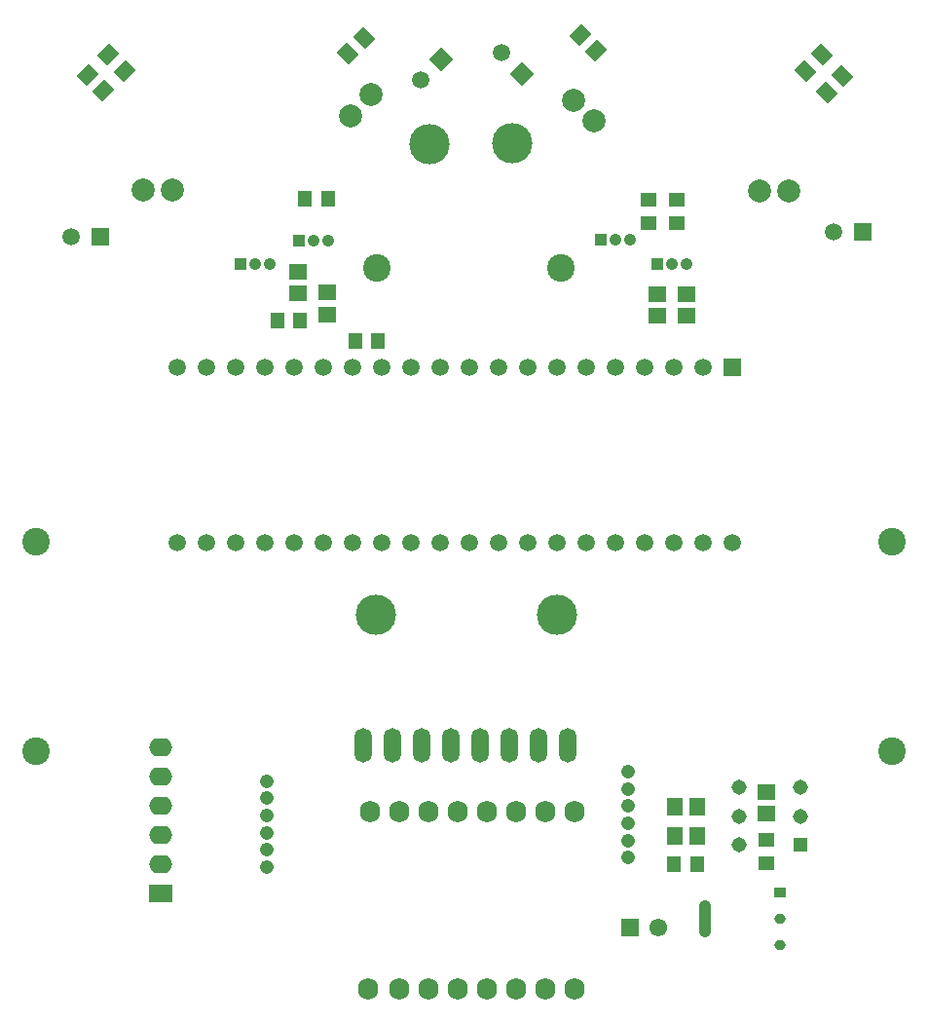
<source format=gbr>
G04*
G04 #@! TF.GenerationSoftware,Altium Limited,Altium Designer,26.2.0 (7)*
G04*
G04 Layer_Color=255*
%FSTAX25Y25*%
%MOIN*%
G70*
G04*
G04 #@! TF.SameCoordinates,DDC7E0C6-02D7-4959-A8D0-6A7BEAAAFFDF*
G04*
G04*
G04 #@! TF.FilePolarity,Positive*
G04*
G01*
G75*
%ADD18R,0.05906X0.05512*%
%ADD19R,0.04724X0.05709*%
%ADD21R,0.05709X0.04724*%
%ADD23R,0.05512X0.05906*%
%ADD48C,0.06102*%
%ADD49R,0.06102X0.06102*%
%ADD54C,0.04756*%
%ADD55R,0.05937X0.05937*%
%ADD56C,0.05937*%
%ADD57O,0.05906X0.11811*%
%ADD58C,0.13780*%
%ADD59C,0.07874*%
%ADD60C,0.09449*%
%ADD61C,0.05150*%
%ADD62R,0.05150X0.05150*%
%ADD63R,0.07874X0.06299*%
%ADD64O,0.07874X0.06299*%
%ADD65R,0.04134X0.04134*%
%ADD66C,0.04134*%
%ADD67R,0.05937X0.05937*%
%ADD68P,0.08396X4X360.0*%
%ADD69P,0.08396X4X90.0*%
%ADD70O,0.06787X0.07575*%
G04:AMPARAMS|DCode=74|XSize=57.09mil|YSize=47.24mil|CornerRadius=0mil|HoleSize=0mil|Usage=FLASHONLY|Rotation=135.000|XOffset=0mil|YOffset=0mil|HoleType=Round|Shape=Rectangle|*
%AMROTATEDRECTD74*
4,1,4,0.03689,-0.00348,0.00348,-0.03689,-0.03689,0.00348,-0.00348,0.03689,0.03689,-0.00348,0.0*
%
%ADD74ROTATEDRECTD74*%

G04:AMPARAMS|DCode=75|XSize=57.09mil|YSize=47.24mil|CornerRadius=0mil|HoleSize=0mil|Usage=FLASHONLY|Rotation=45.000|XOffset=0mil|YOffset=0mil|HoleType=Round|Shape=Rectangle|*
%AMROTATEDRECTD75*
4,1,4,-0.00348,-0.03689,-0.03689,-0.00348,0.00348,0.03689,0.03689,0.00348,-0.00348,-0.03689,0.0*
%
%ADD75ROTATEDRECTD75*%

G04:AMPARAMS|DCode=76|XSize=39.54mil|YSize=125.28mil|CornerRadius=17.2mil|HoleSize=0mil|Usage=FLASHONLY|Rotation=180.000|XOffset=0mil|YOffset=0mil|HoleType=Round|Shape=RoundedRectangle|*
%AMROUNDEDRECTD76*
21,1,0.03954,0.09088,0,0,180.0*
21,1,0.00514,0.12528,0,0,180.0*
1,1,0.03440,-0.00257,0.04544*
1,1,0.03440,0.00257,0.04544*
1,1,0.03440,0.00257,-0.04544*
1,1,0.03440,-0.00257,-0.04544*
%
%ADD76ROUNDEDRECTD76*%
G04:AMPARAMS|DCode=77|XSize=39.54mil|YSize=34.34mil|CornerRadius=17.17mil|HoleSize=0mil|Usage=FLASHONLY|Rotation=180.000|XOffset=0mil|YOffset=0mil|HoleType=Round|Shape=RoundedRectangle|*
%AMROUNDEDRECTD77*
21,1,0.03954,0.00000,0,0,180.0*
21,1,0.00520,0.03434,0,0,180.0*
1,1,0.03434,-0.00260,0.00000*
1,1,0.03434,0.00260,0.00000*
1,1,0.03434,0.00260,0.00000*
1,1,0.03434,-0.00260,0.00000*
%
%ADD77ROUNDEDRECTD77*%
%ADD78R,0.03954X0.03434*%
D18*
X-0059055Y009154D02*
D03*
Y008406D02*
D03*
X0101168Y-0093997D02*
D03*
Y-0086516D02*
D03*
X-0048968Y0084325D02*
D03*
Y0076845D02*
D03*
X0063994Y0076246D02*
D03*
Y0083726D02*
D03*
X0073782Y0083724D02*
D03*
Y0076243D02*
D03*
D19*
X-003168Y0067844D02*
D03*
X-0039554D02*
D03*
X-0048812Y0116542D02*
D03*
X-0056686D02*
D03*
X-0058298Y0074571D02*
D03*
X-0066172D02*
D03*
X0069615Y-011138D02*
D03*
X0077489D02*
D03*
D21*
X0070698Y0108132D02*
D03*
Y0116006D02*
D03*
X0060857Y0108163D02*
D03*
Y0116037D02*
D03*
X0101173Y-0110943D02*
D03*
Y-0103069D02*
D03*
D23*
X0077412Y-0091563D02*
D03*
X0069932D02*
D03*
X0077445Y-0101585D02*
D03*
X0069964D02*
D03*
D48*
X0064258Y-0132998D02*
D03*
D49*
X0054416D02*
D03*
D54*
X0053815Y-0109062D02*
D03*
Y-0103156D02*
D03*
Y-0097251D02*
D03*
Y-0091345D02*
D03*
Y-008544D02*
D03*
Y-0079534D02*
D03*
X-0069772Y-0112342D02*
D03*
Y-0106436D02*
D03*
Y-0100531D02*
D03*
Y-0094625D02*
D03*
Y-008872D02*
D03*
Y-0082814D02*
D03*
D55*
X0089675Y0058864D02*
D03*
D56*
X0079675D02*
D03*
X0069675D02*
D03*
X0059675D02*
D03*
X0049675D02*
D03*
X0039675D02*
D03*
X0029675D02*
D03*
X0019675D02*
D03*
X0009675D02*
D03*
X-0000325D02*
D03*
X-0010325D02*
D03*
X-0020325D02*
D03*
X-0030325D02*
D03*
X-0040325D02*
D03*
X-0050325D02*
D03*
X-0060325D02*
D03*
X-0070325D02*
D03*
X-0080325D02*
D03*
X-0090325D02*
D03*
X-0100325D02*
D03*
Y-0001136D02*
D03*
X-0090325D02*
D03*
X-0080325D02*
D03*
X-0070325D02*
D03*
X-0060325D02*
D03*
X-0050325D02*
D03*
X-0040325D02*
D03*
X-0030325D02*
D03*
X-0020325D02*
D03*
X-0010325D02*
D03*
X-0000325D02*
D03*
X0009675D02*
D03*
X0019675D02*
D03*
X0029675D02*
D03*
X0039675D02*
D03*
X0049675D02*
D03*
X0059675D02*
D03*
X0069675D02*
D03*
X0079675D02*
D03*
X0089675D02*
D03*
X0124062Y0105219D02*
D03*
X0010497Y0166232D02*
D03*
X-0017055Y0157136D02*
D03*
X-0136803Y0103561D02*
D03*
D57*
X0013353Y-0070485D02*
D03*
X0003353D02*
D03*
X-0006647D02*
D03*
X-0016647D02*
D03*
X-0026647D02*
D03*
X-0036647D02*
D03*
X0023353D02*
D03*
X0033353D02*
D03*
D58*
X-0032521Y-0025954D02*
D03*
X0029479D02*
D03*
X0014171Y0135293D02*
D03*
X-0014243Y0135217D02*
D03*
D59*
X-0102204Y0119367D02*
D03*
X-0112204D02*
D03*
X-0034131Y015192D02*
D03*
X-0041203Y0144849D02*
D03*
X0042239Y0143075D02*
D03*
X0035168Y0150146D02*
D03*
X0098884Y0119061D02*
D03*
X0108884D02*
D03*
D60*
X-0032087Y0092645D02*
D03*
X0031037Y0092837D02*
D03*
X0144329Y-0000878D02*
D03*
X-0148834Y-0000877D02*
D03*
X-0148835Y-0072574D02*
D03*
X0144331Y-0072575D02*
D03*
D61*
X0091714Y-0104676D02*
D03*
Y-0094833D02*
D03*
Y-0084991D02*
D03*
X0112974D02*
D03*
Y-0094833D02*
D03*
D62*
Y-0104676D02*
D03*
D63*
X-0106151Y-0121207D02*
D03*
D64*
Y-0111207D02*
D03*
Y-0101207D02*
D03*
Y-0091207D02*
D03*
Y-0081207D02*
D03*
Y-0071207D02*
D03*
D65*
X-0078645Y0094063D02*
D03*
X0044447Y0102244D02*
D03*
X-005873Y0101959D02*
D03*
X0063782Y009421D02*
D03*
D66*
X-0073645Y0094063D02*
D03*
X-0068645D02*
D03*
X0054447Y0102244D02*
D03*
X0049447D02*
D03*
X-004873Y0101959D02*
D03*
X-005373D02*
D03*
X0073782Y009421D02*
D03*
X0068782D02*
D03*
D67*
X0134062Y0105219D02*
D03*
X-0126803Y0103561D02*
D03*
D68*
X0017568Y0159161D02*
D03*
D69*
X-0009984Y0164207D02*
D03*
D70*
X0035521Y-0153802D02*
D03*
X0025521D02*
D03*
X0015521D02*
D03*
X0005521D02*
D03*
X-0004479D02*
D03*
X-0014479D02*
D03*
X-0024479D02*
D03*
X-0034979D02*
D03*
X0035521Y-0093408D02*
D03*
X0025521D02*
D03*
X0015521D02*
D03*
X0005521D02*
D03*
X-0004479D02*
D03*
X-0014479D02*
D03*
X-0024479D02*
D03*
X-0034479D02*
D03*
D74*
X-0042057Y0165958D02*
D03*
X-003649Y0171526D02*
D03*
X0114538Y0160052D02*
D03*
X0120106Y0165619D02*
D03*
X01218Y0152878D02*
D03*
X0127368Y0158446D02*
D03*
D75*
X0037439Y0172512D02*
D03*
X0043007Y0166944D02*
D03*
X-0118401Y0160188D02*
D03*
X-0123969Y0165755D02*
D03*
X-0131283Y0158861D02*
D03*
X-0125715Y0153293D02*
D03*
D76*
X0080067Y-0130024D02*
D03*
D77*
X0106012Y-0139039D02*
D03*
Y-0130024D02*
D03*
D78*
Y-0121008D02*
D03*
M02*

</source>
